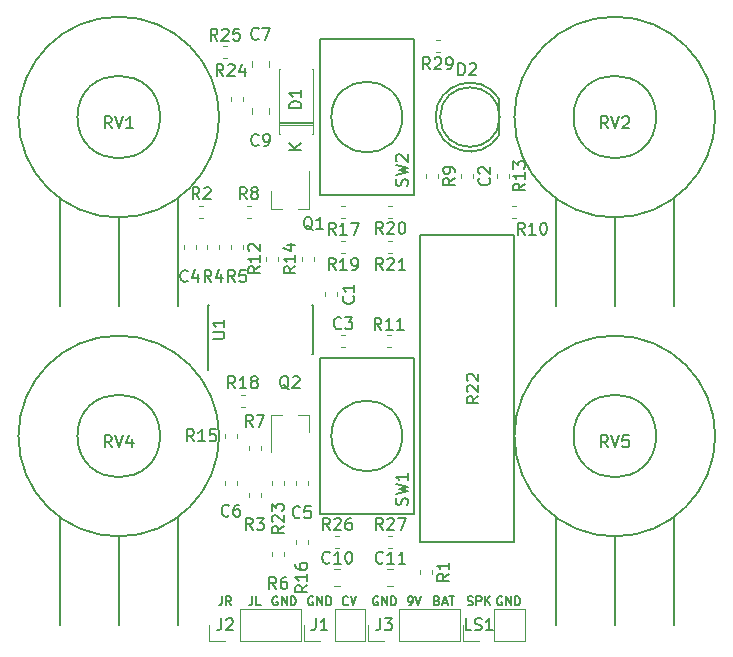
<source format=gbr>
G04 #@! TF.GenerationSoftware,KiCad,Pcbnew,(5.1.2-1)-1*
G04 #@! TF.CreationDate,2019-08-29T00:18:43-06:00*
G04 #@! TF.ProjectId,NuisanceEngine,4e756973-616e-4636-9545-6e67696e652e,rev?*
G04 #@! TF.SameCoordinates,Original*
G04 #@! TF.FileFunction,Legend,Top*
G04 #@! TF.FilePolarity,Positive*
%FSLAX46Y46*%
G04 Gerber Fmt 4.6, Leading zero omitted, Abs format (unit mm)*
G04 Created by KiCad (PCBNEW (5.1.2-1)-1) date 2019-08-29 00:18:43*
%MOMM*%
%LPD*%
G04 APERTURE LIST*
%ADD10C,0.187500*%
%ADD11C,0.150000*%
%ADD12C,0.120000*%
G04 APERTURE END LIST*
D10*
X67732142Y-95589285D02*
X67732142Y-96125000D01*
X67696428Y-96232142D01*
X67625000Y-96303571D01*
X67517857Y-96339285D01*
X67446428Y-96339285D01*
X68517857Y-96339285D02*
X68267857Y-95982142D01*
X68089285Y-96339285D02*
X68089285Y-95589285D01*
X68375000Y-95589285D01*
X68446428Y-95625000D01*
X68482142Y-95660714D01*
X68517857Y-95732142D01*
X68517857Y-95839285D01*
X68482142Y-95910714D01*
X68446428Y-95946428D01*
X68375000Y-95982142D01*
X68089285Y-95982142D01*
X70303571Y-95589285D02*
X70303571Y-96125000D01*
X70267857Y-96232142D01*
X70196428Y-96303571D01*
X70089285Y-96339285D01*
X70017857Y-96339285D01*
X71017857Y-96339285D02*
X70660714Y-96339285D01*
X70660714Y-95589285D01*
X72428571Y-95625000D02*
X72357142Y-95589285D01*
X72250000Y-95589285D01*
X72142857Y-95625000D01*
X72071428Y-95696428D01*
X72035714Y-95767857D01*
X72000000Y-95910714D01*
X72000000Y-96017857D01*
X72035714Y-96160714D01*
X72071428Y-96232142D01*
X72142857Y-96303571D01*
X72250000Y-96339285D01*
X72321428Y-96339285D01*
X72428571Y-96303571D01*
X72464285Y-96267857D01*
X72464285Y-96017857D01*
X72321428Y-96017857D01*
X72785714Y-96339285D02*
X72785714Y-95589285D01*
X73214285Y-96339285D01*
X73214285Y-95589285D01*
X73571428Y-96339285D02*
X73571428Y-95589285D01*
X73750000Y-95589285D01*
X73857142Y-95625000D01*
X73928571Y-95696428D01*
X73964285Y-95767857D01*
X74000000Y-95910714D01*
X74000000Y-96017857D01*
X73964285Y-96160714D01*
X73928571Y-96232142D01*
X73857142Y-96303571D01*
X73750000Y-96339285D01*
X73571428Y-96339285D01*
X75428571Y-95625000D02*
X75357142Y-95589285D01*
X75250000Y-95589285D01*
X75142857Y-95625000D01*
X75071428Y-95696428D01*
X75035714Y-95767857D01*
X75000000Y-95910714D01*
X75000000Y-96017857D01*
X75035714Y-96160714D01*
X75071428Y-96232142D01*
X75142857Y-96303571D01*
X75250000Y-96339285D01*
X75321428Y-96339285D01*
X75428571Y-96303571D01*
X75464285Y-96267857D01*
X75464285Y-96017857D01*
X75321428Y-96017857D01*
X75785714Y-96339285D02*
X75785714Y-95589285D01*
X76214285Y-96339285D01*
X76214285Y-95589285D01*
X76571428Y-96339285D02*
X76571428Y-95589285D01*
X76750000Y-95589285D01*
X76857142Y-95625000D01*
X76928571Y-95696428D01*
X76964285Y-95767857D01*
X77000000Y-95910714D01*
X77000000Y-96017857D01*
X76964285Y-96160714D01*
X76928571Y-96232142D01*
X76857142Y-96303571D01*
X76750000Y-96339285D01*
X76571428Y-96339285D01*
X83535714Y-96339285D02*
X83678571Y-96339285D01*
X83750000Y-96303571D01*
X83785714Y-96267857D01*
X83857142Y-96160714D01*
X83892857Y-96017857D01*
X83892857Y-95732142D01*
X83857142Y-95660714D01*
X83821428Y-95625000D01*
X83750000Y-95589285D01*
X83607142Y-95589285D01*
X83535714Y-95625000D01*
X83500000Y-95660714D01*
X83464285Y-95732142D01*
X83464285Y-95910714D01*
X83500000Y-95982142D01*
X83535714Y-96017857D01*
X83607142Y-96053571D01*
X83750000Y-96053571D01*
X83821428Y-96017857D01*
X83857142Y-95982142D01*
X83892857Y-95910714D01*
X84107142Y-95589285D02*
X84357142Y-96339285D01*
X84607142Y-95589285D01*
X85946428Y-95946428D02*
X86053571Y-95982142D01*
X86089285Y-96017857D01*
X86125000Y-96089285D01*
X86125000Y-96196428D01*
X86089285Y-96267857D01*
X86053571Y-96303571D01*
X85982142Y-96339285D01*
X85696428Y-96339285D01*
X85696428Y-95589285D01*
X85946428Y-95589285D01*
X86017857Y-95625000D01*
X86053571Y-95660714D01*
X86089285Y-95732142D01*
X86089285Y-95803571D01*
X86053571Y-95875000D01*
X86017857Y-95910714D01*
X85946428Y-95946428D01*
X85696428Y-95946428D01*
X86410714Y-96125000D02*
X86767857Y-96125000D01*
X86339285Y-96339285D02*
X86589285Y-95589285D01*
X86839285Y-96339285D01*
X86982142Y-95589285D02*
X87410714Y-95589285D01*
X87196428Y-96339285D02*
X87196428Y-95589285D01*
X78410714Y-96267857D02*
X78375000Y-96303571D01*
X78267857Y-96339285D01*
X78196428Y-96339285D01*
X78089285Y-96303571D01*
X78017857Y-96232142D01*
X77982142Y-96160714D01*
X77946428Y-96017857D01*
X77946428Y-95910714D01*
X77982142Y-95767857D01*
X78017857Y-95696428D01*
X78089285Y-95625000D01*
X78196428Y-95589285D01*
X78267857Y-95589285D01*
X78375000Y-95625000D01*
X78410714Y-95660714D01*
X78625000Y-95589285D02*
X78875000Y-96339285D01*
X79125000Y-95589285D01*
X80928571Y-95625000D02*
X80857142Y-95589285D01*
X80750000Y-95589285D01*
X80642857Y-95625000D01*
X80571428Y-95696428D01*
X80535714Y-95767857D01*
X80500000Y-95910714D01*
X80500000Y-96017857D01*
X80535714Y-96160714D01*
X80571428Y-96232142D01*
X80642857Y-96303571D01*
X80750000Y-96339285D01*
X80821428Y-96339285D01*
X80928571Y-96303571D01*
X80964285Y-96267857D01*
X80964285Y-96017857D01*
X80821428Y-96017857D01*
X81285714Y-96339285D02*
X81285714Y-95589285D01*
X81714285Y-96339285D01*
X81714285Y-95589285D01*
X82071428Y-96339285D02*
X82071428Y-95589285D01*
X82250000Y-95589285D01*
X82357142Y-95625000D01*
X82428571Y-95696428D01*
X82464285Y-95767857D01*
X82500000Y-95910714D01*
X82500000Y-96017857D01*
X82464285Y-96160714D01*
X82428571Y-96232142D01*
X82357142Y-96303571D01*
X82250000Y-96339285D01*
X82071428Y-96339285D01*
X88535714Y-96303571D02*
X88642857Y-96339285D01*
X88821428Y-96339285D01*
X88892857Y-96303571D01*
X88928571Y-96267857D01*
X88964285Y-96196428D01*
X88964285Y-96125000D01*
X88928571Y-96053571D01*
X88892857Y-96017857D01*
X88821428Y-95982142D01*
X88678571Y-95946428D01*
X88607142Y-95910714D01*
X88571428Y-95875000D01*
X88535714Y-95803571D01*
X88535714Y-95732142D01*
X88571428Y-95660714D01*
X88607142Y-95625000D01*
X88678571Y-95589285D01*
X88857142Y-95589285D01*
X88964285Y-95625000D01*
X89285714Y-96339285D02*
X89285714Y-95589285D01*
X89571428Y-95589285D01*
X89642857Y-95625000D01*
X89678571Y-95660714D01*
X89714285Y-95732142D01*
X89714285Y-95839285D01*
X89678571Y-95910714D01*
X89642857Y-95946428D01*
X89571428Y-95982142D01*
X89285714Y-95982142D01*
X90035714Y-96339285D02*
X90035714Y-95589285D01*
X90464285Y-96339285D02*
X90142857Y-95910714D01*
X90464285Y-95589285D02*
X90035714Y-96017857D01*
X91428571Y-95625000D02*
X91357142Y-95589285D01*
X91250000Y-95589285D01*
X91142857Y-95625000D01*
X91071428Y-95696428D01*
X91035714Y-95767857D01*
X91000000Y-95910714D01*
X91000000Y-96017857D01*
X91035714Y-96160714D01*
X91071428Y-96232142D01*
X91142857Y-96303571D01*
X91250000Y-96339285D01*
X91321428Y-96339285D01*
X91428571Y-96303571D01*
X91464285Y-96267857D01*
X91464285Y-96017857D01*
X91321428Y-96017857D01*
X91785714Y-96339285D02*
X91785714Y-95589285D01*
X92214285Y-96339285D01*
X92214285Y-95589285D01*
X92571428Y-96339285D02*
X92571428Y-95589285D01*
X92750000Y-95589285D01*
X92857142Y-95625000D01*
X92928571Y-95696428D01*
X92964285Y-95767857D01*
X93000000Y-95910714D01*
X93000000Y-96017857D01*
X92964285Y-96160714D01*
X92928571Y-96232142D01*
X92857142Y-96303571D01*
X92750000Y-96339285D01*
X92571428Y-96339285D01*
D11*
X83000000Y-82000000D02*
G75*
G03X83000000Y-82000000I-3000000J0D01*
G01*
X84000000Y-88600000D02*
X84000000Y-75400000D01*
X76000000Y-75400000D02*
X76000000Y-88600000D01*
X80000000Y-75400000D02*
X76000000Y-75400000D01*
X80000000Y-75400000D02*
X84000000Y-75400000D01*
X80000000Y-88600000D02*
X84000000Y-88600000D01*
X80000000Y-88600000D02*
X76000000Y-88600000D01*
D12*
X72530000Y-55630000D02*
X75470000Y-55630000D01*
X72530000Y-55390000D02*
X75470000Y-55390000D01*
X72530000Y-55510000D02*
X75470000Y-55510000D01*
X75470000Y-50970000D02*
X75340000Y-50970000D01*
X75470000Y-56410000D02*
X75470000Y-50970000D01*
X75340000Y-56410000D02*
X75470000Y-56410000D01*
X72530000Y-50970000D02*
X72660000Y-50970000D01*
X72530000Y-56410000D02*
X72530000Y-50970000D01*
X72660000Y-56410000D02*
X72530000Y-56410000D01*
D11*
X66575000Y-75075000D02*
X66575000Y-76450000D01*
X75450000Y-75075000D02*
X75450000Y-70925000D01*
X66550000Y-75075000D02*
X66550000Y-70925000D01*
X75450000Y-75075000D02*
X75335000Y-75075000D01*
X75450000Y-70925000D02*
X75335000Y-70925000D01*
X66550000Y-70925000D02*
X66665000Y-70925000D01*
X66550000Y-75075000D02*
X66575000Y-75075000D01*
X104500000Y-55000000D02*
G75*
G03X104500000Y-55000000I-3500000J0D01*
G01*
X109500000Y-55000000D02*
G75*
G03X109500000Y-55000000I-8500000J0D01*
G01*
X96000000Y-71000000D02*
X96000000Y-61900000D01*
X101000000Y-71000000D02*
X101000000Y-63500000D01*
X106000000Y-71000000D02*
X106000000Y-61900000D01*
X104500000Y-82000000D02*
G75*
G03X104500000Y-82000000I-3500000J0D01*
G01*
X109500000Y-82000000D02*
G75*
G03X109500000Y-82000000I-8500000J0D01*
G01*
X96000000Y-98000000D02*
X96000000Y-88900000D01*
X101000000Y-98000000D02*
X101000000Y-90500000D01*
X106000000Y-98000000D02*
X106000000Y-88900000D01*
X62500000Y-82000000D02*
G75*
G03X62500000Y-82000000I-3500000J0D01*
G01*
X67500000Y-82000000D02*
G75*
G03X67500000Y-82000000I-8500000J0D01*
G01*
X54000000Y-98000000D02*
X54000000Y-88900000D01*
X59000000Y-98000000D02*
X59000000Y-90500000D01*
X64000000Y-98000000D02*
X64000000Y-88900000D01*
X62500000Y-55000000D02*
G75*
G03X62500000Y-55000000I-3500000J0D01*
G01*
X67500000Y-55000000D02*
G75*
G03X67500000Y-55000000I-8500000J0D01*
G01*
X54000000Y-71000000D02*
X54000000Y-61900000D01*
X59000000Y-71000000D02*
X59000000Y-63500000D01*
X64000000Y-71000000D02*
X64000000Y-61900000D01*
X91214888Y-53475096D02*
G75*
G03X91230000Y-56500000I-2484888J-1524904D01*
G01*
X91230000Y-53500000D02*
X91230000Y-56500000D01*
X91247936Y-55000000D02*
G75*
G03X91247936Y-55000000I-2517936J0D01*
G01*
X84500000Y-65000000D02*
X84500000Y-77000000D01*
X92500000Y-65000000D02*
X84500000Y-65000000D01*
X92500000Y-91000000D02*
X92500000Y-65000000D01*
X84500000Y-91000000D02*
X92500000Y-91000000D01*
X84500000Y-77000000D02*
X84500000Y-91000000D01*
X83000000Y-55000000D02*
G75*
G03X83000000Y-55000000I-3000000J0D01*
G01*
X84000000Y-61600000D02*
X84000000Y-48400000D01*
X76000000Y-48400000D02*
X76000000Y-61600000D01*
X80000000Y-48400000D02*
X76000000Y-48400000D01*
X80000000Y-48400000D02*
X84000000Y-48400000D01*
X80000000Y-61600000D02*
X84000000Y-61600000D01*
X80000000Y-61600000D02*
X76000000Y-61600000D01*
D12*
X74670000Y-99330000D02*
X74670000Y-98000000D01*
X76000000Y-99330000D02*
X74670000Y-99330000D01*
X77270000Y-99330000D02*
X77270000Y-96670000D01*
X77270000Y-96670000D02*
X79870000Y-96670000D01*
X77270000Y-99330000D02*
X79870000Y-99330000D01*
X79870000Y-99330000D02*
X79870000Y-96670000D01*
X66670000Y-99330000D02*
X66670000Y-98000000D01*
X68000000Y-99330000D02*
X66670000Y-99330000D01*
X69270000Y-99330000D02*
X69270000Y-96670000D01*
X69270000Y-96670000D02*
X74410000Y-96670000D01*
X69270000Y-99330000D02*
X74410000Y-99330000D01*
X74410000Y-99330000D02*
X74410000Y-96670000D01*
X87870000Y-99330000D02*
X87870000Y-96670000D01*
X82730000Y-99330000D02*
X87870000Y-99330000D01*
X82730000Y-96670000D02*
X87870000Y-96670000D01*
X82730000Y-99330000D02*
X82730000Y-96670000D01*
X81460000Y-99330000D02*
X80130000Y-99330000D01*
X80130000Y-99330000D02*
X80130000Y-98000000D01*
X93370000Y-99330000D02*
X93370000Y-96670000D01*
X90770000Y-99330000D02*
X93370000Y-99330000D01*
X90770000Y-96670000D02*
X93370000Y-96670000D01*
X90770000Y-99330000D02*
X90770000Y-96670000D01*
X89500000Y-99330000D02*
X88170000Y-99330000D01*
X88170000Y-99330000D02*
X88170000Y-98000000D01*
X76490000Y-70171267D02*
X76490000Y-69828733D01*
X77510000Y-70171267D02*
X77510000Y-69828733D01*
X87990000Y-60171267D02*
X87990000Y-59828733D01*
X89010000Y-60171267D02*
X89010000Y-59828733D01*
X77828733Y-74510000D02*
X78171267Y-74510000D01*
X77828733Y-73490000D02*
X78171267Y-73490000D01*
X64490000Y-65828733D02*
X64490000Y-66171267D01*
X65510000Y-65828733D02*
X65510000Y-66171267D01*
X75010000Y-86171267D02*
X75010000Y-85828733D01*
X73990000Y-86171267D02*
X73990000Y-85828733D01*
X69010000Y-85828733D02*
X69010000Y-86171267D01*
X67990000Y-85828733D02*
X67990000Y-86171267D01*
X70290000Y-50761252D02*
X70290000Y-50238748D01*
X71710000Y-50761252D02*
X71710000Y-50238748D01*
X71710000Y-54238748D02*
X71710000Y-54761252D01*
X70290000Y-54238748D02*
X70290000Y-54761252D01*
X77238748Y-94710000D02*
X77761252Y-94710000D01*
X77238748Y-93290000D02*
X77761252Y-93290000D01*
X81738748Y-93290000D02*
X82261252Y-93290000D01*
X81738748Y-94710000D02*
X82261252Y-94710000D01*
X71920000Y-62760000D02*
X71920000Y-61300000D01*
X75080000Y-62760000D02*
X75080000Y-59600000D01*
X75080000Y-62760000D02*
X74150000Y-62760000D01*
X71920000Y-62760000D02*
X72850000Y-62760000D01*
X75080000Y-80240000D02*
X74150000Y-80240000D01*
X71920000Y-80240000D02*
X72850000Y-80240000D01*
X71920000Y-80240000D02*
X71920000Y-83400000D01*
X75080000Y-80240000D02*
X75080000Y-81700000D01*
X84490000Y-93671267D02*
X84490000Y-93328733D01*
X85510000Y-93671267D02*
X85510000Y-93328733D01*
X65828733Y-62490000D02*
X66171267Y-62490000D01*
X65828733Y-63510000D02*
X66171267Y-63510000D01*
X71010000Y-86828733D02*
X71010000Y-87171267D01*
X69990000Y-86828733D02*
X69990000Y-87171267D01*
X67510000Y-65828733D02*
X67510000Y-66171267D01*
X66490000Y-65828733D02*
X66490000Y-66171267D01*
X69510000Y-65828733D02*
X69510000Y-66171267D01*
X68490000Y-65828733D02*
X68490000Y-66171267D01*
X71990000Y-91828733D02*
X71990000Y-92171267D01*
X73010000Y-91828733D02*
X73010000Y-92171267D01*
X71010000Y-82828733D02*
X71010000Y-83171267D01*
X69990000Y-82828733D02*
X69990000Y-83171267D01*
X70171267Y-63510000D02*
X69828733Y-63510000D01*
X70171267Y-62490000D02*
X69828733Y-62490000D01*
X84990000Y-60171267D02*
X84990000Y-59828733D01*
X86010000Y-60171267D02*
X86010000Y-59828733D01*
X92328733Y-63510000D02*
X92671267Y-63510000D01*
X92328733Y-62490000D02*
X92671267Y-62490000D01*
X81703733Y-74510000D02*
X82046267Y-74510000D01*
X81703733Y-73490000D02*
X82046267Y-73490000D01*
X72510000Y-67171267D02*
X72510000Y-66828733D01*
X71490000Y-67171267D02*
X71490000Y-66828733D01*
X90990000Y-59828733D02*
X90990000Y-60171267D01*
X92010000Y-59828733D02*
X92010000Y-60171267D01*
X75510000Y-66828733D02*
X75510000Y-67171267D01*
X74490000Y-66828733D02*
X74490000Y-67171267D01*
X69010000Y-82171267D02*
X69010000Y-81828733D01*
X67990000Y-82171267D02*
X67990000Y-81828733D01*
X73990000Y-90828733D02*
X73990000Y-91171267D01*
X75010000Y-90828733D02*
X75010000Y-91171267D01*
X77828733Y-63510000D02*
X78171267Y-63510000D01*
X77828733Y-62490000D02*
X78171267Y-62490000D01*
X69671267Y-79510000D02*
X69328733Y-79510000D01*
X69671267Y-78490000D02*
X69328733Y-78490000D01*
X78171267Y-66510000D02*
X77828733Y-66510000D01*
X78171267Y-65490000D02*
X77828733Y-65490000D01*
X82171267Y-63510000D02*
X81828733Y-63510000D01*
X82171267Y-62490000D02*
X81828733Y-62490000D01*
X81828733Y-66510000D02*
X82171267Y-66510000D01*
X81828733Y-65490000D02*
X82171267Y-65490000D01*
X73010000Y-86171267D02*
X73010000Y-85828733D01*
X71990000Y-86171267D02*
X71990000Y-85828733D01*
X68490000Y-53328733D02*
X68490000Y-53671267D01*
X69510000Y-53328733D02*
X69510000Y-53671267D01*
X68171267Y-50010000D02*
X67828733Y-50010000D01*
X68171267Y-48990000D02*
X67828733Y-48990000D01*
X77671267Y-90490000D02*
X77328733Y-90490000D01*
X77671267Y-91510000D02*
X77328733Y-91510000D01*
X81828733Y-91510000D02*
X82171267Y-91510000D01*
X81828733Y-90490000D02*
X82171267Y-90490000D01*
X85828733Y-48490000D02*
X86171267Y-48490000D01*
X85828733Y-49510000D02*
X86171267Y-49510000D01*
D11*
X83404761Y-87833333D02*
X83452380Y-87690476D01*
X83452380Y-87452380D01*
X83404761Y-87357142D01*
X83357142Y-87309523D01*
X83261904Y-87261904D01*
X83166666Y-87261904D01*
X83071428Y-87309523D01*
X83023809Y-87357142D01*
X82976190Y-87452380D01*
X82928571Y-87642857D01*
X82880952Y-87738095D01*
X82833333Y-87785714D01*
X82738095Y-87833333D01*
X82642857Y-87833333D01*
X82547619Y-87785714D01*
X82500000Y-87738095D01*
X82452380Y-87642857D01*
X82452380Y-87404761D01*
X82500000Y-87261904D01*
X82452380Y-86928571D02*
X83452380Y-86690476D01*
X82738095Y-86500000D01*
X83452380Y-86309523D01*
X82452380Y-86071428D01*
X83452380Y-85166666D02*
X83452380Y-85738095D01*
X83452380Y-85452380D02*
X82452380Y-85452380D01*
X82595238Y-85547619D01*
X82690476Y-85642857D01*
X82738095Y-85738095D01*
X74452380Y-54238095D02*
X73452380Y-54238095D01*
X73452380Y-54000000D01*
X73500000Y-53857142D01*
X73595238Y-53761904D01*
X73690476Y-53714285D01*
X73880952Y-53666666D01*
X74023809Y-53666666D01*
X74214285Y-53714285D01*
X74309523Y-53761904D01*
X74404761Y-53857142D01*
X74452380Y-54000000D01*
X74452380Y-54238095D01*
X74452380Y-52714285D02*
X74452380Y-53285714D01*
X74452380Y-53000000D02*
X73452380Y-53000000D01*
X73595238Y-53095238D01*
X73690476Y-53190476D01*
X73738095Y-53285714D01*
X74452380Y-57761904D02*
X73452380Y-57761904D01*
X74452380Y-57190476D02*
X73880952Y-57619047D01*
X73452380Y-57190476D02*
X74023809Y-57761904D01*
X66952380Y-73761904D02*
X67761904Y-73761904D01*
X67857142Y-73714285D01*
X67904761Y-73666666D01*
X67952380Y-73571428D01*
X67952380Y-73380952D01*
X67904761Y-73285714D01*
X67857142Y-73238095D01*
X67761904Y-73190476D01*
X66952380Y-73190476D01*
X67952380Y-72190476D02*
X67952380Y-72761904D01*
X67952380Y-72476190D02*
X66952380Y-72476190D01*
X67095238Y-72571428D01*
X67190476Y-72666666D01*
X67238095Y-72761904D01*
X100404761Y-55952380D02*
X100071428Y-55476190D01*
X99833333Y-55952380D02*
X99833333Y-54952380D01*
X100214285Y-54952380D01*
X100309523Y-55000000D01*
X100357142Y-55047619D01*
X100404761Y-55142857D01*
X100404761Y-55285714D01*
X100357142Y-55380952D01*
X100309523Y-55428571D01*
X100214285Y-55476190D01*
X99833333Y-55476190D01*
X100690476Y-54952380D02*
X101023809Y-55952380D01*
X101357142Y-54952380D01*
X101642857Y-55047619D02*
X101690476Y-55000000D01*
X101785714Y-54952380D01*
X102023809Y-54952380D01*
X102119047Y-55000000D01*
X102166666Y-55047619D01*
X102214285Y-55142857D01*
X102214285Y-55238095D01*
X102166666Y-55380952D01*
X101595238Y-55952380D01*
X102214285Y-55952380D01*
X100404761Y-82952380D02*
X100071428Y-82476190D01*
X99833333Y-82952380D02*
X99833333Y-81952380D01*
X100214285Y-81952380D01*
X100309523Y-82000000D01*
X100357142Y-82047619D01*
X100404761Y-82142857D01*
X100404761Y-82285714D01*
X100357142Y-82380952D01*
X100309523Y-82428571D01*
X100214285Y-82476190D01*
X99833333Y-82476190D01*
X100690476Y-81952380D02*
X101023809Y-82952380D01*
X101357142Y-81952380D01*
X102166666Y-81952380D02*
X101690476Y-81952380D01*
X101642857Y-82428571D01*
X101690476Y-82380952D01*
X101785714Y-82333333D01*
X102023809Y-82333333D01*
X102119047Y-82380952D01*
X102166666Y-82428571D01*
X102214285Y-82523809D01*
X102214285Y-82761904D01*
X102166666Y-82857142D01*
X102119047Y-82904761D01*
X102023809Y-82952380D01*
X101785714Y-82952380D01*
X101690476Y-82904761D01*
X101642857Y-82857142D01*
X58404761Y-82952380D02*
X58071428Y-82476190D01*
X57833333Y-82952380D02*
X57833333Y-81952380D01*
X58214285Y-81952380D01*
X58309523Y-82000000D01*
X58357142Y-82047619D01*
X58404761Y-82142857D01*
X58404761Y-82285714D01*
X58357142Y-82380952D01*
X58309523Y-82428571D01*
X58214285Y-82476190D01*
X57833333Y-82476190D01*
X58690476Y-81952380D02*
X59023809Y-82952380D01*
X59357142Y-81952380D01*
X60119047Y-82285714D02*
X60119047Y-82952380D01*
X59880952Y-81904761D02*
X59642857Y-82619047D01*
X60261904Y-82619047D01*
X58404761Y-55952380D02*
X58071428Y-55476190D01*
X57833333Y-55952380D02*
X57833333Y-54952380D01*
X58214285Y-54952380D01*
X58309523Y-55000000D01*
X58357142Y-55047619D01*
X58404761Y-55142857D01*
X58404761Y-55285714D01*
X58357142Y-55380952D01*
X58309523Y-55428571D01*
X58214285Y-55476190D01*
X57833333Y-55476190D01*
X58690476Y-54952380D02*
X59023809Y-55952380D01*
X59357142Y-54952380D01*
X60214285Y-55952380D02*
X59642857Y-55952380D01*
X59928571Y-55952380D02*
X59928571Y-54952380D01*
X59833333Y-55095238D01*
X59738095Y-55190476D01*
X59642857Y-55238095D01*
X87761904Y-51452380D02*
X87761904Y-50452380D01*
X88000000Y-50452380D01*
X88142857Y-50500000D01*
X88238095Y-50595238D01*
X88285714Y-50690476D01*
X88333333Y-50880952D01*
X88333333Y-51023809D01*
X88285714Y-51214285D01*
X88238095Y-51309523D01*
X88142857Y-51404761D01*
X88000000Y-51452380D01*
X87761904Y-51452380D01*
X88714285Y-50547619D02*
X88761904Y-50500000D01*
X88857142Y-50452380D01*
X89095238Y-50452380D01*
X89190476Y-50500000D01*
X89238095Y-50547619D01*
X89285714Y-50642857D01*
X89285714Y-50738095D01*
X89238095Y-50880952D01*
X88666666Y-51452380D01*
X89285714Y-51452380D01*
X89452380Y-78642857D02*
X88976190Y-78976190D01*
X89452380Y-79214285D02*
X88452380Y-79214285D01*
X88452380Y-78833333D01*
X88500000Y-78738095D01*
X88547619Y-78690476D01*
X88642857Y-78642857D01*
X88785714Y-78642857D01*
X88880952Y-78690476D01*
X88928571Y-78738095D01*
X88976190Y-78833333D01*
X88976190Y-79214285D01*
X88547619Y-78261904D02*
X88500000Y-78214285D01*
X88452380Y-78119047D01*
X88452380Y-77880952D01*
X88500000Y-77785714D01*
X88547619Y-77738095D01*
X88642857Y-77690476D01*
X88738095Y-77690476D01*
X88880952Y-77738095D01*
X89452380Y-78309523D01*
X89452380Y-77690476D01*
X88547619Y-77309523D02*
X88500000Y-77261904D01*
X88452380Y-77166666D01*
X88452380Y-76928571D01*
X88500000Y-76833333D01*
X88547619Y-76785714D01*
X88642857Y-76738095D01*
X88738095Y-76738095D01*
X88880952Y-76785714D01*
X89452380Y-77357142D01*
X89452380Y-76738095D01*
X83404761Y-60833333D02*
X83452380Y-60690476D01*
X83452380Y-60452380D01*
X83404761Y-60357142D01*
X83357142Y-60309523D01*
X83261904Y-60261904D01*
X83166666Y-60261904D01*
X83071428Y-60309523D01*
X83023809Y-60357142D01*
X82976190Y-60452380D01*
X82928571Y-60642857D01*
X82880952Y-60738095D01*
X82833333Y-60785714D01*
X82738095Y-60833333D01*
X82642857Y-60833333D01*
X82547619Y-60785714D01*
X82500000Y-60738095D01*
X82452380Y-60642857D01*
X82452380Y-60404761D01*
X82500000Y-60261904D01*
X82452380Y-59928571D02*
X83452380Y-59690476D01*
X82738095Y-59500000D01*
X83452380Y-59309523D01*
X82452380Y-59071428D01*
X82547619Y-58738095D02*
X82500000Y-58690476D01*
X82452380Y-58595238D01*
X82452380Y-58357142D01*
X82500000Y-58261904D01*
X82547619Y-58214285D01*
X82642857Y-58166666D01*
X82738095Y-58166666D01*
X82880952Y-58214285D01*
X83452380Y-58785714D01*
X83452380Y-58166666D01*
X75666666Y-97452380D02*
X75666666Y-98166666D01*
X75619047Y-98309523D01*
X75523809Y-98404761D01*
X75380952Y-98452380D01*
X75285714Y-98452380D01*
X76666666Y-98452380D02*
X76095238Y-98452380D01*
X76380952Y-98452380D02*
X76380952Y-97452380D01*
X76285714Y-97595238D01*
X76190476Y-97690476D01*
X76095238Y-97738095D01*
X67666666Y-97452380D02*
X67666666Y-98166666D01*
X67619047Y-98309523D01*
X67523809Y-98404761D01*
X67380952Y-98452380D01*
X67285714Y-98452380D01*
X68095238Y-97547619D02*
X68142857Y-97500000D01*
X68238095Y-97452380D01*
X68476190Y-97452380D01*
X68571428Y-97500000D01*
X68619047Y-97547619D01*
X68666666Y-97642857D01*
X68666666Y-97738095D01*
X68619047Y-97880952D01*
X68047619Y-98452380D01*
X68666666Y-98452380D01*
X81126666Y-97452380D02*
X81126666Y-98166666D01*
X81079047Y-98309523D01*
X80983809Y-98404761D01*
X80840952Y-98452380D01*
X80745714Y-98452380D01*
X81507619Y-97452380D02*
X82126666Y-97452380D01*
X81793333Y-97833333D01*
X81936190Y-97833333D01*
X82031428Y-97880952D01*
X82079047Y-97928571D01*
X82126666Y-98023809D01*
X82126666Y-98261904D01*
X82079047Y-98357142D01*
X82031428Y-98404761D01*
X81936190Y-98452380D01*
X81650476Y-98452380D01*
X81555238Y-98404761D01*
X81507619Y-98357142D01*
X88857142Y-98452380D02*
X88380952Y-98452380D01*
X88380952Y-97452380D01*
X89142857Y-98404761D02*
X89285714Y-98452380D01*
X89523809Y-98452380D01*
X89619047Y-98404761D01*
X89666666Y-98357142D01*
X89714285Y-98261904D01*
X89714285Y-98166666D01*
X89666666Y-98071428D01*
X89619047Y-98023809D01*
X89523809Y-97976190D01*
X89333333Y-97928571D01*
X89238095Y-97880952D01*
X89190476Y-97833333D01*
X89142857Y-97738095D01*
X89142857Y-97642857D01*
X89190476Y-97547619D01*
X89238095Y-97500000D01*
X89333333Y-97452380D01*
X89571428Y-97452380D01*
X89714285Y-97500000D01*
X90666666Y-98452380D02*
X90095238Y-98452380D01*
X90380952Y-98452380D02*
X90380952Y-97452380D01*
X90285714Y-97595238D01*
X90190476Y-97690476D01*
X90095238Y-97738095D01*
X78857142Y-70166666D02*
X78904761Y-70214285D01*
X78952380Y-70357142D01*
X78952380Y-70452380D01*
X78904761Y-70595238D01*
X78809523Y-70690476D01*
X78714285Y-70738095D01*
X78523809Y-70785714D01*
X78380952Y-70785714D01*
X78190476Y-70738095D01*
X78095238Y-70690476D01*
X78000000Y-70595238D01*
X77952380Y-70452380D01*
X77952380Y-70357142D01*
X78000000Y-70214285D01*
X78047619Y-70166666D01*
X78952380Y-69214285D02*
X78952380Y-69785714D01*
X78952380Y-69500000D02*
X77952380Y-69500000D01*
X78095238Y-69595238D01*
X78190476Y-69690476D01*
X78238095Y-69785714D01*
X90357142Y-60166666D02*
X90404761Y-60214285D01*
X90452380Y-60357142D01*
X90452380Y-60452380D01*
X90404761Y-60595238D01*
X90309523Y-60690476D01*
X90214285Y-60738095D01*
X90023809Y-60785714D01*
X89880952Y-60785714D01*
X89690476Y-60738095D01*
X89595238Y-60690476D01*
X89500000Y-60595238D01*
X89452380Y-60452380D01*
X89452380Y-60357142D01*
X89500000Y-60214285D01*
X89547619Y-60166666D01*
X89547619Y-59785714D02*
X89500000Y-59738095D01*
X89452380Y-59642857D01*
X89452380Y-59404761D01*
X89500000Y-59309523D01*
X89547619Y-59261904D01*
X89642857Y-59214285D01*
X89738095Y-59214285D01*
X89880952Y-59261904D01*
X90452380Y-59833333D01*
X90452380Y-59214285D01*
X77833333Y-72857142D02*
X77785714Y-72904761D01*
X77642857Y-72952380D01*
X77547619Y-72952380D01*
X77404761Y-72904761D01*
X77309523Y-72809523D01*
X77261904Y-72714285D01*
X77214285Y-72523809D01*
X77214285Y-72380952D01*
X77261904Y-72190476D01*
X77309523Y-72095238D01*
X77404761Y-72000000D01*
X77547619Y-71952380D01*
X77642857Y-71952380D01*
X77785714Y-72000000D01*
X77833333Y-72047619D01*
X78166666Y-71952380D02*
X78785714Y-71952380D01*
X78452380Y-72333333D01*
X78595238Y-72333333D01*
X78690476Y-72380952D01*
X78738095Y-72428571D01*
X78785714Y-72523809D01*
X78785714Y-72761904D01*
X78738095Y-72857142D01*
X78690476Y-72904761D01*
X78595238Y-72952380D01*
X78309523Y-72952380D01*
X78214285Y-72904761D01*
X78166666Y-72857142D01*
X64833333Y-68857142D02*
X64785714Y-68904761D01*
X64642857Y-68952380D01*
X64547619Y-68952380D01*
X64404761Y-68904761D01*
X64309523Y-68809523D01*
X64261904Y-68714285D01*
X64214285Y-68523809D01*
X64214285Y-68380952D01*
X64261904Y-68190476D01*
X64309523Y-68095238D01*
X64404761Y-68000000D01*
X64547619Y-67952380D01*
X64642857Y-67952380D01*
X64785714Y-68000000D01*
X64833333Y-68047619D01*
X65690476Y-68285714D02*
X65690476Y-68952380D01*
X65452380Y-67904761D02*
X65214285Y-68619047D01*
X65833333Y-68619047D01*
X74333333Y-88857142D02*
X74285714Y-88904761D01*
X74142857Y-88952380D01*
X74047619Y-88952380D01*
X73904761Y-88904761D01*
X73809523Y-88809523D01*
X73761904Y-88714285D01*
X73714285Y-88523809D01*
X73714285Y-88380952D01*
X73761904Y-88190476D01*
X73809523Y-88095238D01*
X73904761Y-88000000D01*
X74047619Y-87952380D01*
X74142857Y-87952380D01*
X74285714Y-88000000D01*
X74333333Y-88047619D01*
X75238095Y-87952380D02*
X74761904Y-87952380D01*
X74714285Y-88428571D01*
X74761904Y-88380952D01*
X74857142Y-88333333D01*
X75095238Y-88333333D01*
X75190476Y-88380952D01*
X75238095Y-88428571D01*
X75285714Y-88523809D01*
X75285714Y-88761904D01*
X75238095Y-88857142D01*
X75190476Y-88904761D01*
X75095238Y-88952380D01*
X74857142Y-88952380D01*
X74761904Y-88904761D01*
X74714285Y-88857142D01*
X68333333Y-88732142D02*
X68285714Y-88779761D01*
X68142857Y-88827380D01*
X68047619Y-88827380D01*
X67904761Y-88779761D01*
X67809523Y-88684523D01*
X67761904Y-88589285D01*
X67714285Y-88398809D01*
X67714285Y-88255952D01*
X67761904Y-88065476D01*
X67809523Y-87970238D01*
X67904761Y-87875000D01*
X68047619Y-87827380D01*
X68142857Y-87827380D01*
X68285714Y-87875000D01*
X68333333Y-87922619D01*
X69190476Y-87827380D02*
X69000000Y-87827380D01*
X68904761Y-87875000D01*
X68857142Y-87922619D01*
X68761904Y-88065476D01*
X68714285Y-88255952D01*
X68714285Y-88636904D01*
X68761904Y-88732142D01*
X68809523Y-88779761D01*
X68904761Y-88827380D01*
X69095238Y-88827380D01*
X69190476Y-88779761D01*
X69238095Y-88732142D01*
X69285714Y-88636904D01*
X69285714Y-88398809D01*
X69238095Y-88303571D01*
X69190476Y-88255952D01*
X69095238Y-88208333D01*
X68904761Y-88208333D01*
X68809523Y-88255952D01*
X68761904Y-88303571D01*
X68714285Y-88398809D01*
X70833333Y-48357142D02*
X70785714Y-48404761D01*
X70642857Y-48452380D01*
X70547619Y-48452380D01*
X70404761Y-48404761D01*
X70309523Y-48309523D01*
X70261904Y-48214285D01*
X70214285Y-48023809D01*
X70214285Y-47880952D01*
X70261904Y-47690476D01*
X70309523Y-47595238D01*
X70404761Y-47500000D01*
X70547619Y-47452380D01*
X70642857Y-47452380D01*
X70785714Y-47500000D01*
X70833333Y-47547619D01*
X71166666Y-47452380D02*
X71833333Y-47452380D01*
X71404761Y-48452380D01*
X70833333Y-57357142D02*
X70785714Y-57404761D01*
X70642857Y-57452380D01*
X70547619Y-57452380D01*
X70404761Y-57404761D01*
X70309523Y-57309523D01*
X70261904Y-57214285D01*
X70214285Y-57023809D01*
X70214285Y-56880952D01*
X70261904Y-56690476D01*
X70309523Y-56595238D01*
X70404761Y-56500000D01*
X70547619Y-56452380D01*
X70642857Y-56452380D01*
X70785714Y-56500000D01*
X70833333Y-56547619D01*
X71309523Y-57452380D02*
X71500000Y-57452380D01*
X71595238Y-57404761D01*
X71642857Y-57357142D01*
X71738095Y-57214285D01*
X71785714Y-57023809D01*
X71785714Y-56642857D01*
X71738095Y-56547619D01*
X71690476Y-56500000D01*
X71595238Y-56452380D01*
X71404761Y-56452380D01*
X71309523Y-56500000D01*
X71261904Y-56547619D01*
X71214285Y-56642857D01*
X71214285Y-56880952D01*
X71261904Y-56976190D01*
X71309523Y-57023809D01*
X71404761Y-57071428D01*
X71595238Y-57071428D01*
X71690476Y-57023809D01*
X71738095Y-56976190D01*
X71785714Y-56880952D01*
X76857142Y-92707142D02*
X76809523Y-92754761D01*
X76666666Y-92802380D01*
X76571428Y-92802380D01*
X76428571Y-92754761D01*
X76333333Y-92659523D01*
X76285714Y-92564285D01*
X76238095Y-92373809D01*
X76238095Y-92230952D01*
X76285714Y-92040476D01*
X76333333Y-91945238D01*
X76428571Y-91850000D01*
X76571428Y-91802380D01*
X76666666Y-91802380D01*
X76809523Y-91850000D01*
X76857142Y-91897619D01*
X77809523Y-92802380D02*
X77238095Y-92802380D01*
X77523809Y-92802380D02*
X77523809Y-91802380D01*
X77428571Y-91945238D01*
X77333333Y-92040476D01*
X77238095Y-92088095D01*
X78428571Y-91802380D02*
X78523809Y-91802380D01*
X78619047Y-91850000D01*
X78666666Y-91897619D01*
X78714285Y-91992857D01*
X78761904Y-92183333D01*
X78761904Y-92421428D01*
X78714285Y-92611904D01*
X78666666Y-92707142D01*
X78619047Y-92754761D01*
X78523809Y-92802380D01*
X78428571Y-92802380D01*
X78333333Y-92754761D01*
X78285714Y-92707142D01*
X78238095Y-92611904D01*
X78190476Y-92421428D01*
X78190476Y-92183333D01*
X78238095Y-91992857D01*
X78285714Y-91897619D01*
X78333333Y-91850000D01*
X78428571Y-91802380D01*
X81357142Y-92707142D02*
X81309523Y-92754761D01*
X81166666Y-92802380D01*
X81071428Y-92802380D01*
X80928571Y-92754761D01*
X80833333Y-92659523D01*
X80785714Y-92564285D01*
X80738095Y-92373809D01*
X80738095Y-92230952D01*
X80785714Y-92040476D01*
X80833333Y-91945238D01*
X80928571Y-91850000D01*
X81071428Y-91802380D01*
X81166666Y-91802380D01*
X81309523Y-91850000D01*
X81357142Y-91897619D01*
X82309523Y-92802380D02*
X81738095Y-92802380D01*
X82023809Y-92802380D02*
X82023809Y-91802380D01*
X81928571Y-91945238D01*
X81833333Y-92040476D01*
X81738095Y-92088095D01*
X83261904Y-92802380D02*
X82690476Y-92802380D01*
X82976190Y-92802380D02*
X82976190Y-91802380D01*
X82880952Y-91945238D01*
X82785714Y-92040476D01*
X82690476Y-92088095D01*
X75404761Y-64547619D02*
X75309523Y-64500000D01*
X75214285Y-64404761D01*
X75071428Y-64261904D01*
X74976190Y-64214285D01*
X74880952Y-64214285D01*
X74928571Y-64452380D02*
X74833333Y-64404761D01*
X74738095Y-64309523D01*
X74690476Y-64119047D01*
X74690476Y-63785714D01*
X74738095Y-63595238D01*
X74833333Y-63500000D01*
X74928571Y-63452380D01*
X75119047Y-63452380D01*
X75214285Y-63500000D01*
X75309523Y-63595238D01*
X75357142Y-63785714D01*
X75357142Y-64119047D01*
X75309523Y-64309523D01*
X75214285Y-64404761D01*
X75119047Y-64452380D01*
X74928571Y-64452380D01*
X76309523Y-64452380D02*
X75738095Y-64452380D01*
X76023809Y-64452380D02*
X76023809Y-63452380D01*
X75928571Y-63595238D01*
X75833333Y-63690476D01*
X75738095Y-63738095D01*
X73404761Y-78047619D02*
X73309523Y-78000000D01*
X73214285Y-77904761D01*
X73071428Y-77761904D01*
X72976190Y-77714285D01*
X72880952Y-77714285D01*
X72928571Y-77952380D02*
X72833333Y-77904761D01*
X72738095Y-77809523D01*
X72690476Y-77619047D01*
X72690476Y-77285714D01*
X72738095Y-77095238D01*
X72833333Y-77000000D01*
X72928571Y-76952380D01*
X73119047Y-76952380D01*
X73214285Y-77000000D01*
X73309523Y-77095238D01*
X73357142Y-77285714D01*
X73357142Y-77619047D01*
X73309523Y-77809523D01*
X73214285Y-77904761D01*
X73119047Y-77952380D01*
X72928571Y-77952380D01*
X73738095Y-77047619D02*
X73785714Y-77000000D01*
X73880952Y-76952380D01*
X74119047Y-76952380D01*
X74214285Y-77000000D01*
X74261904Y-77047619D01*
X74309523Y-77142857D01*
X74309523Y-77238095D01*
X74261904Y-77380952D01*
X73690476Y-77952380D01*
X74309523Y-77952380D01*
X86952380Y-93666666D02*
X86476190Y-94000000D01*
X86952380Y-94238095D02*
X85952380Y-94238095D01*
X85952380Y-93857142D01*
X86000000Y-93761904D01*
X86047619Y-93714285D01*
X86142857Y-93666666D01*
X86285714Y-93666666D01*
X86380952Y-93714285D01*
X86428571Y-93761904D01*
X86476190Y-93857142D01*
X86476190Y-94238095D01*
X86952380Y-92714285D02*
X86952380Y-93285714D01*
X86952380Y-93000000D02*
X85952380Y-93000000D01*
X86095238Y-93095238D01*
X86190476Y-93190476D01*
X86238095Y-93285714D01*
X65833333Y-61952380D02*
X65500000Y-61476190D01*
X65261904Y-61952380D02*
X65261904Y-60952380D01*
X65642857Y-60952380D01*
X65738095Y-61000000D01*
X65785714Y-61047619D01*
X65833333Y-61142857D01*
X65833333Y-61285714D01*
X65785714Y-61380952D01*
X65738095Y-61428571D01*
X65642857Y-61476190D01*
X65261904Y-61476190D01*
X66214285Y-61047619D02*
X66261904Y-61000000D01*
X66357142Y-60952380D01*
X66595238Y-60952380D01*
X66690476Y-61000000D01*
X66738095Y-61047619D01*
X66785714Y-61142857D01*
X66785714Y-61238095D01*
X66738095Y-61380952D01*
X66166666Y-61952380D01*
X66785714Y-61952380D01*
X70333333Y-89952380D02*
X70000000Y-89476190D01*
X69761904Y-89952380D02*
X69761904Y-88952380D01*
X70142857Y-88952380D01*
X70238095Y-89000000D01*
X70285714Y-89047619D01*
X70333333Y-89142857D01*
X70333333Y-89285714D01*
X70285714Y-89380952D01*
X70238095Y-89428571D01*
X70142857Y-89476190D01*
X69761904Y-89476190D01*
X70666666Y-88952380D02*
X71285714Y-88952380D01*
X70952380Y-89333333D01*
X71095238Y-89333333D01*
X71190476Y-89380952D01*
X71238095Y-89428571D01*
X71285714Y-89523809D01*
X71285714Y-89761904D01*
X71238095Y-89857142D01*
X71190476Y-89904761D01*
X71095238Y-89952380D01*
X70809523Y-89952380D01*
X70714285Y-89904761D01*
X70666666Y-89857142D01*
X66833333Y-68952380D02*
X66500000Y-68476190D01*
X66261904Y-68952380D02*
X66261904Y-67952380D01*
X66642857Y-67952380D01*
X66738095Y-68000000D01*
X66785714Y-68047619D01*
X66833333Y-68142857D01*
X66833333Y-68285714D01*
X66785714Y-68380952D01*
X66738095Y-68428571D01*
X66642857Y-68476190D01*
X66261904Y-68476190D01*
X67690476Y-68285714D02*
X67690476Y-68952380D01*
X67452380Y-67904761D02*
X67214285Y-68619047D01*
X67833333Y-68619047D01*
X68833333Y-68952380D02*
X68500000Y-68476190D01*
X68261904Y-68952380D02*
X68261904Y-67952380D01*
X68642857Y-67952380D01*
X68738095Y-68000000D01*
X68785714Y-68047619D01*
X68833333Y-68142857D01*
X68833333Y-68285714D01*
X68785714Y-68380952D01*
X68738095Y-68428571D01*
X68642857Y-68476190D01*
X68261904Y-68476190D01*
X69738095Y-67952380D02*
X69261904Y-67952380D01*
X69214285Y-68428571D01*
X69261904Y-68380952D01*
X69357142Y-68333333D01*
X69595238Y-68333333D01*
X69690476Y-68380952D01*
X69738095Y-68428571D01*
X69785714Y-68523809D01*
X69785714Y-68761904D01*
X69738095Y-68857142D01*
X69690476Y-68904761D01*
X69595238Y-68952380D01*
X69357142Y-68952380D01*
X69261904Y-68904761D01*
X69214285Y-68857142D01*
X72333333Y-94952380D02*
X72000000Y-94476190D01*
X71761904Y-94952380D02*
X71761904Y-93952380D01*
X72142857Y-93952380D01*
X72238095Y-94000000D01*
X72285714Y-94047619D01*
X72333333Y-94142857D01*
X72333333Y-94285714D01*
X72285714Y-94380952D01*
X72238095Y-94428571D01*
X72142857Y-94476190D01*
X71761904Y-94476190D01*
X73190476Y-93952380D02*
X73000000Y-93952380D01*
X72904761Y-94000000D01*
X72857142Y-94047619D01*
X72761904Y-94190476D01*
X72714285Y-94380952D01*
X72714285Y-94761904D01*
X72761904Y-94857142D01*
X72809523Y-94904761D01*
X72904761Y-94952380D01*
X73095238Y-94952380D01*
X73190476Y-94904761D01*
X73238095Y-94857142D01*
X73285714Y-94761904D01*
X73285714Y-94523809D01*
X73238095Y-94428571D01*
X73190476Y-94380952D01*
X73095238Y-94333333D01*
X72904761Y-94333333D01*
X72809523Y-94380952D01*
X72761904Y-94428571D01*
X72714285Y-94523809D01*
X70333333Y-81202380D02*
X70000000Y-80726190D01*
X69761904Y-81202380D02*
X69761904Y-80202380D01*
X70142857Y-80202380D01*
X70238095Y-80250000D01*
X70285714Y-80297619D01*
X70333333Y-80392857D01*
X70333333Y-80535714D01*
X70285714Y-80630952D01*
X70238095Y-80678571D01*
X70142857Y-80726190D01*
X69761904Y-80726190D01*
X70666666Y-80202380D02*
X71333333Y-80202380D01*
X70904761Y-81202380D01*
X69833333Y-61952380D02*
X69500000Y-61476190D01*
X69261904Y-61952380D02*
X69261904Y-60952380D01*
X69642857Y-60952380D01*
X69738095Y-61000000D01*
X69785714Y-61047619D01*
X69833333Y-61142857D01*
X69833333Y-61285714D01*
X69785714Y-61380952D01*
X69738095Y-61428571D01*
X69642857Y-61476190D01*
X69261904Y-61476190D01*
X70404761Y-61380952D02*
X70309523Y-61333333D01*
X70261904Y-61285714D01*
X70214285Y-61190476D01*
X70214285Y-61142857D01*
X70261904Y-61047619D01*
X70309523Y-61000000D01*
X70404761Y-60952380D01*
X70595238Y-60952380D01*
X70690476Y-61000000D01*
X70738095Y-61047619D01*
X70785714Y-61142857D01*
X70785714Y-61190476D01*
X70738095Y-61285714D01*
X70690476Y-61333333D01*
X70595238Y-61380952D01*
X70404761Y-61380952D01*
X70309523Y-61428571D01*
X70261904Y-61476190D01*
X70214285Y-61571428D01*
X70214285Y-61761904D01*
X70261904Y-61857142D01*
X70309523Y-61904761D01*
X70404761Y-61952380D01*
X70595238Y-61952380D01*
X70690476Y-61904761D01*
X70738095Y-61857142D01*
X70785714Y-61761904D01*
X70785714Y-61571428D01*
X70738095Y-61476190D01*
X70690476Y-61428571D01*
X70595238Y-61380952D01*
X87452380Y-60166666D02*
X86976190Y-60500000D01*
X87452380Y-60738095D02*
X86452380Y-60738095D01*
X86452380Y-60357142D01*
X86500000Y-60261904D01*
X86547619Y-60214285D01*
X86642857Y-60166666D01*
X86785714Y-60166666D01*
X86880952Y-60214285D01*
X86928571Y-60261904D01*
X86976190Y-60357142D01*
X86976190Y-60738095D01*
X87452380Y-59690476D02*
X87452380Y-59500000D01*
X87404761Y-59404761D01*
X87357142Y-59357142D01*
X87214285Y-59261904D01*
X87023809Y-59214285D01*
X86642857Y-59214285D01*
X86547619Y-59261904D01*
X86500000Y-59309523D01*
X86452380Y-59404761D01*
X86452380Y-59595238D01*
X86500000Y-59690476D01*
X86547619Y-59738095D01*
X86642857Y-59785714D01*
X86880952Y-59785714D01*
X86976190Y-59738095D01*
X87023809Y-59690476D01*
X87071428Y-59595238D01*
X87071428Y-59404761D01*
X87023809Y-59309523D01*
X86976190Y-59261904D01*
X86880952Y-59214285D01*
X93357142Y-64952380D02*
X93023809Y-64476190D01*
X92785714Y-64952380D02*
X92785714Y-63952380D01*
X93166666Y-63952380D01*
X93261904Y-64000000D01*
X93309523Y-64047619D01*
X93357142Y-64142857D01*
X93357142Y-64285714D01*
X93309523Y-64380952D01*
X93261904Y-64428571D01*
X93166666Y-64476190D01*
X92785714Y-64476190D01*
X94309523Y-64952380D02*
X93738095Y-64952380D01*
X94023809Y-64952380D02*
X94023809Y-63952380D01*
X93928571Y-64095238D01*
X93833333Y-64190476D01*
X93738095Y-64238095D01*
X94928571Y-63952380D02*
X95023809Y-63952380D01*
X95119047Y-64000000D01*
X95166666Y-64047619D01*
X95214285Y-64142857D01*
X95261904Y-64333333D01*
X95261904Y-64571428D01*
X95214285Y-64761904D01*
X95166666Y-64857142D01*
X95119047Y-64904761D01*
X95023809Y-64952380D01*
X94928571Y-64952380D01*
X94833333Y-64904761D01*
X94785714Y-64857142D01*
X94738095Y-64761904D01*
X94690476Y-64571428D01*
X94690476Y-64333333D01*
X94738095Y-64142857D01*
X94785714Y-64047619D01*
X94833333Y-64000000D01*
X94928571Y-63952380D01*
X81232142Y-73022380D02*
X80898809Y-72546190D01*
X80660714Y-73022380D02*
X80660714Y-72022380D01*
X81041666Y-72022380D01*
X81136904Y-72070000D01*
X81184523Y-72117619D01*
X81232142Y-72212857D01*
X81232142Y-72355714D01*
X81184523Y-72450952D01*
X81136904Y-72498571D01*
X81041666Y-72546190D01*
X80660714Y-72546190D01*
X82184523Y-73022380D02*
X81613095Y-73022380D01*
X81898809Y-73022380D02*
X81898809Y-72022380D01*
X81803571Y-72165238D01*
X81708333Y-72260476D01*
X81613095Y-72308095D01*
X83136904Y-73022380D02*
X82565476Y-73022380D01*
X82851190Y-73022380D02*
X82851190Y-72022380D01*
X82755952Y-72165238D01*
X82660714Y-72260476D01*
X82565476Y-72308095D01*
X70952380Y-67642857D02*
X70476190Y-67976190D01*
X70952380Y-68214285D02*
X69952380Y-68214285D01*
X69952380Y-67833333D01*
X70000000Y-67738095D01*
X70047619Y-67690476D01*
X70142857Y-67642857D01*
X70285714Y-67642857D01*
X70380952Y-67690476D01*
X70428571Y-67738095D01*
X70476190Y-67833333D01*
X70476190Y-68214285D01*
X70952380Y-66690476D02*
X70952380Y-67261904D01*
X70952380Y-66976190D02*
X69952380Y-66976190D01*
X70095238Y-67071428D01*
X70190476Y-67166666D01*
X70238095Y-67261904D01*
X70047619Y-66309523D02*
X70000000Y-66261904D01*
X69952380Y-66166666D01*
X69952380Y-65928571D01*
X70000000Y-65833333D01*
X70047619Y-65785714D01*
X70142857Y-65738095D01*
X70238095Y-65738095D01*
X70380952Y-65785714D01*
X70952380Y-66357142D01*
X70952380Y-65738095D01*
X93382380Y-60642857D02*
X92906190Y-60976190D01*
X93382380Y-61214285D02*
X92382380Y-61214285D01*
X92382380Y-60833333D01*
X92430000Y-60738095D01*
X92477619Y-60690476D01*
X92572857Y-60642857D01*
X92715714Y-60642857D01*
X92810952Y-60690476D01*
X92858571Y-60738095D01*
X92906190Y-60833333D01*
X92906190Y-61214285D01*
X93382380Y-59690476D02*
X93382380Y-60261904D01*
X93382380Y-59976190D02*
X92382380Y-59976190D01*
X92525238Y-60071428D01*
X92620476Y-60166666D01*
X92668095Y-60261904D01*
X92382380Y-59357142D02*
X92382380Y-58738095D01*
X92763333Y-59071428D01*
X92763333Y-58928571D01*
X92810952Y-58833333D01*
X92858571Y-58785714D01*
X92953809Y-58738095D01*
X93191904Y-58738095D01*
X93287142Y-58785714D01*
X93334761Y-58833333D01*
X93382380Y-58928571D01*
X93382380Y-59214285D01*
X93334761Y-59309523D01*
X93287142Y-59357142D01*
X73952380Y-67642857D02*
X73476190Y-67976190D01*
X73952380Y-68214285D02*
X72952380Y-68214285D01*
X72952380Y-67833333D01*
X73000000Y-67738095D01*
X73047619Y-67690476D01*
X73142857Y-67642857D01*
X73285714Y-67642857D01*
X73380952Y-67690476D01*
X73428571Y-67738095D01*
X73476190Y-67833333D01*
X73476190Y-68214285D01*
X73952380Y-66690476D02*
X73952380Y-67261904D01*
X73952380Y-66976190D02*
X72952380Y-66976190D01*
X73095238Y-67071428D01*
X73190476Y-67166666D01*
X73238095Y-67261904D01*
X73285714Y-65833333D02*
X73952380Y-65833333D01*
X72904761Y-66071428D02*
X73619047Y-66309523D01*
X73619047Y-65690476D01*
X65357142Y-82452380D02*
X65023809Y-81976190D01*
X64785714Y-82452380D02*
X64785714Y-81452380D01*
X65166666Y-81452380D01*
X65261904Y-81500000D01*
X65309523Y-81547619D01*
X65357142Y-81642857D01*
X65357142Y-81785714D01*
X65309523Y-81880952D01*
X65261904Y-81928571D01*
X65166666Y-81976190D01*
X64785714Y-81976190D01*
X66309523Y-82452380D02*
X65738095Y-82452380D01*
X66023809Y-82452380D02*
X66023809Y-81452380D01*
X65928571Y-81595238D01*
X65833333Y-81690476D01*
X65738095Y-81738095D01*
X67214285Y-81452380D02*
X66738095Y-81452380D01*
X66690476Y-81928571D01*
X66738095Y-81880952D01*
X66833333Y-81833333D01*
X67071428Y-81833333D01*
X67166666Y-81880952D01*
X67214285Y-81928571D01*
X67261904Y-82023809D01*
X67261904Y-82261904D01*
X67214285Y-82357142D01*
X67166666Y-82404761D01*
X67071428Y-82452380D01*
X66833333Y-82452380D01*
X66738095Y-82404761D01*
X66690476Y-82357142D01*
X74952380Y-94642857D02*
X74476190Y-94976190D01*
X74952380Y-95214285D02*
X73952380Y-95214285D01*
X73952380Y-94833333D01*
X74000000Y-94738095D01*
X74047619Y-94690476D01*
X74142857Y-94642857D01*
X74285714Y-94642857D01*
X74380952Y-94690476D01*
X74428571Y-94738095D01*
X74476190Y-94833333D01*
X74476190Y-95214285D01*
X74952380Y-93690476D02*
X74952380Y-94261904D01*
X74952380Y-93976190D02*
X73952380Y-93976190D01*
X74095238Y-94071428D01*
X74190476Y-94166666D01*
X74238095Y-94261904D01*
X73952380Y-92833333D02*
X73952380Y-93023809D01*
X74000000Y-93119047D01*
X74047619Y-93166666D01*
X74190476Y-93261904D01*
X74380952Y-93309523D01*
X74761904Y-93309523D01*
X74857142Y-93261904D01*
X74904761Y-93214285D01*
X74952380Y-93119047D01*
X74952380Y-92928571D01*
X74904761Y-92833333D01*
X74857142Y-92785714D01*
X74761904Y-92738095D01*
X74523809Y-92738095D01*
X74428571Y-92785714D01*
X74380952Y-92833333D01*
X74333333Y-92928571D01*
X74333333Y-93119047D01*
X74380952Y-93214285D01*
X74428571Y-93261904D01*
X74523809Y-93309523D01*
X77357142Y-64952380D02*
X77023809Y-64476190D01*
X76785714Y-64952380D02*
X76785714Y-63952380D01*
X77166666Y-63952380D01*
X77261904Y-64000000D01*
X77309523Y-64047619D01*
X77357142Y-64142857D01*
X77357142Y-64285714D01*
X77309523Y-64380952D01*
X77261904Y-64428571D01*
X77166666Y-64476190D01*
X76785714Y-64476190D01*
X78309523Y-64952380D02*
X77738095Y-64952380D01*
X78023809Y-64952380D02*
X78023809Y-63952380D01*
X77928571Y-64095238D01*
X77833333Y-64190476D01*
X77738095Y-64238095D01*
X78642857Y-63952380D02*
X79309523Y-63952380D01*
X78880952Y-64952380D01*
X68857142Y-77952380D02*
X68523809Y-77476190D01*
X68285714Y-77952380D02*
X68285714Y-76952380D01*
X68666666Y-76952380D01*
X68761904Y-77000000D01*
X68809523Y-77047619D01*
X68857142Y-77142857D01*
X68857142Y-77285714D01*
X68809523Y-77380952D01*
X68761904Y-77428571D01*
X68666666Y-77476190D01*
X68285714Y-77476190D01*
X69809523Y-77952380D02*
X69238095Y-77952380D01*
X69523809Y-77952380D02*
X69523809Y-76952380D01*
X69428571Y-77095238D01*
X69333333Y-77190476D01*
X69238095Y-77238095D01*
X70380952Y-77380952D02*
X70285714Y-77333333D01*
X70238095Y-77285714D01*
X70190476Y-77190476D01*
X70190476Y-77142857D01*
X70238095Y-77047619D01*
X70285714Y-77000000D01*
X70380952Y-76952380D01*
X70571428Y-76952380D01*
X70666666Y-77000000D01*
X70714285Y-77047619D01*
X70761904Y-77142857D01*
X70761904Y-77190476D01*
X70714285Y-77285714D01*
X70666666Y-77333333D01*
X70571428Y-77380952D01*
X70380952Y-77380952D01*
X70285714Y-77428571D01*
X70238095Y-77476190D01*
X70190476Y-77571428D01*
X70190476Y-77761904D01*
X70238095Y-77857142D01*
X70285714Y-77904761D01*
X70380952Y-77952380D01*
X70571428Y-77952380D01*
X70666666Y-77904761D01*
X70714285Y-77857142D01*
X70761904Y-77761904D01*
X70761904Y-77571428D01*
X70714285Y-77476190D01*
X70666666Y-77428571D01*
X70571428Y-77380952D01*
X77357142Y-67952380D02*
X77023809Y-67476190D01*
X76785714Y-67952380D02*
X76785714Y-66952380D01*
X77166666Y-66952380D01*
X77261904Y-67000000D01*
X77309523Y-67047619D01*
X77357142Y-67142857D01*
X77357142Y-67285714D01*
X77309523Y-67380952D01*
X77261904Y-67428571D01*
X77166666Y-67476190D01*
X76785714Y-67476190D01*
X78309523Y-67952380D02*
X77738095Y-67952380D01*
X78023809Y-67952380D02*
X78023809Y-66952380D01*
X77928571Y-67095238D01*
X77833333Y-67190476D01*
X77738095Y-67238095D01*
X78785714Y-67952380D02*
X78976190Y-67952380D01*
X79071428Y-67904761D01*
X79119047Y-67857142D01*
X79214285Y-67714285D01*
X79261904Y-67523809D01*
X79261904Y-67142857D01*
X79214285Y-67047619D01*
X79166666Y-67000000D01*
X79071428Y-66952380D01*
X78880952Y-66952380D01*
X78785714Y-67000000D01*
X78738095Y-67047619D01*
X78690476Y-67142857D01*
X78690476Y-67380952D01*
X78738095Y-67476190D01*
X78785714Y-67523809D01*
X78880952Y-67571428D01*
X79071428Y-67571428D01*
X79166666Y-67523809D01*
X79214285Y-67476190D01*
X79261904Y-67380952D01*
X81357142Y-64882380D02*
X81023809Y-64406190D01*
X80785714Y-64882380D02*
X80785714Y-63882380D01*
X81166666Y-63882380D01*
X81261904Y-63930000D01*
X81309523Y-63977619D01*
X81357142Y-64072857D01*
X81357142Y-64215714D01*
X81309523Y-64310952D01*
X81261904Y-64358571D01*
X81166666Y-64406190D01*
X80785714Y-64406190D01*
X81738095Y-63977619D02*
X81785714Y-63930000D01*
X81880952Y-63882380D01*
X82119047Y-63882380D01*
X82214285Y-63930000D01*
X82261904Y-63977619D01*
X82309523Y-64072857D01*
X82309523Y-64168095D01*
X82261904Y-64310952D01*
X81690476Y-64882380D01*
X82309523Y-64882380D01*
X82928571Y-63882380D02*
X83023809Y-63882380D01*
X83119047Y-63930000D01*
X83166666Y-63977619D01*
X83214285Y-64072857D01*
X83261904Y-64263333D01*
X83261904Y-64501428D01*
X83214285Y-64691904D01*
X83166666Y-64787142D01*
X83119047Y-64834761D01*
X83023809Y-64882380D01*
X82928571Y-64882380D01*
X82833333Y-64834761D01*
X82785714Y-64787142D01*
X82738095Y-64691904D01*
X82690476Y-64501428D01*
X82690476Y-64263333D01*
X82738095Y-64072857D01*
X82785714Y-63977619D01*
X82833333Y-63930000D01*
X82928571Y-63882380D01*
X81357142Y-67952380D02*
X81023809Y-67476190D01*
X80785714Y-67952380D02*
X80785714Y-66952380D01*
X81166666Y-66952380D01*
X81261904Y-67000000D01*
X81309523Y-67047619D01*
X81357142Y-67142857D01*
X81357142Y-67285714D01*
X81309523Y-67380952D01*
X81261904Y-67428571D01*
X81166666Y-67476190D01*
X80785714Y-67476190D01*
X81738095Y-67047619D02*
X81785714Y-67000000D01*
X81880952Y-66952380D01*
X82119047Y-66952380D01*
X82214285Y-67000000D01*
X82261904Y-67047619D01*
X82309523Y-67142857D01*
X82309523Y-67238095D01*
X82261904Y-67380952D01*
X81690476Y-67952380D01*
X82309523Y-67952380D01*
X83261904Y-67952380D02*
X82690476Y-67952380D01*
X82976190Y-67952380D02*
X82976190Y-66952380D01*
X82880952Y-67095238D01*
X82785714Y-67190476D01*
X82690476Y-67238095D01*
X72952380Y-89642857D02*
X72476190Y-89976190D01*
X72952380Y-90214285D02*
X71952380Y-90214285D01*
X71952380Y-89833333D01*
X72000000Y-89738095D01*
X72047619Y-89690476D01*
X72142857Y-89642857D01*
X72285714Y-89642857D01*
X72380952Y-89690476D01*
X72428571Y-89738095D01*
X72476190Y-89833333D01*
X72476190Y-90214285D01*
X72047619Y-89261904D02*
X72000000Y-89214285D01*
X71952380Y-89119047D01*
X71952380Y-88880952D01*
X72000000Y-88785714D01*
X72047619Y-88738095D01*
X72142857Y-88690476D01*
X72238095Y-88690476D01*
X72380952Y-88738095D01*
X72952380Y-89309523D01*
X72952380Y-88690476D01*
X71952380Y-88357142D02*
X71952380Y-87738095D01*
X72333333Y-88071428D01*
X72333333Y-87928571D01*
X72380952Y-87833333D01*
X72428571Y-87785714D01*
X72523809Y-87738095D01*
X72761904Y-87738095D01*
X72857142Y-87785714D01*
X72904761Y-87833333D01*
X72952380Y-87928571D01*
X72952380Y-88214285D01*
X72904761Y-88309523D01*
X72857142Y-88357142D01*
X67857142Y-51522380D02*
X67523809Y-51046190D01*
X67285714Y-51522380D02*
X67285714Y-50522380D01*
X67666666Y-50522380D01*
X67761904Y-50570000D01*
X67809523Y-50617619D01*
X67857142Y-50712857D01*
X67857142Y-50855714D01*
X67809523Y-50950952D01*
X67761904Y-50998571D01*
X67666666Y-51046190D01*
X67285714Y-51046190D01*
X68238095Y-50617619D02*
X68285714Y-50570000D01*
X68380952Y-50522380D01*
X68619047Y-50522380D01*
X68714285Y-50570000D01*
X68761904Y-50617619D01*
X68809523Y-50712857D01*
X68809523Y-50808095D01*
X68761904Y-50950952D01*
X68190476Y-51522380D01*
X68809523Y-51522380D01*
X69666666Y-50855714D02*
X69666666Y-51522380D01*
X69428571Y-50474761D02*
X69190476Y-51189047D01*
X69809523Y-51189047D01*
X67357142Y-48522380D02*
X67023809Y-48046190D01*
X66785714Y-48522380D02*
X66785714Y-47522380D01*
X67166666Y-47522380D01*
X67261904Y-47570000D01*
X67309523Y-47617619D01*
X67357142Y-47712857D01*
X67357142Y-47855714D01*
X67309523Y-47950952D01*
X67261904Y-47998571D01*
X67166666Y-48046190D01*
X66785714Y-48046190D01*
X67738095Y-47617619D02*
X67785714Y-47570000D01*
X67880952Y-47522380D01*
X68119047Y-47522380D01*
X68214285Y-47570000D01*
X68261904Y-47617619D01*
X68309523Y-47712857D01*
X68309523Y-47808095D01*
X68261904Y-47950952D01*
X67690476Y-48522380D01*
X68309523Y-48522380D01*
X69214285Y-47522380D02*
X68738095Y-47522380D01*
X68690476Y-47998571D01*
X68738095Y-47950952D01*
X68833333Y-47903333D01*
X69071428Y-47903333D01*
X69166666Y-47950952D01*
X69214285Y-47998571D01*
X69261904Y-48093809D01*
X69261904Y-48331904D01*
X69214285Y-48427142D01*
X69166666Y-48474761D01*
X69071428Y-48522380D01*
X68833333Y-48522380D01*
X68738095Y-48474761D01*
X68690476Y-48427142D01*
X76857142Y-89952380D02*
X76523809Y-89476190D01*
X76285714Y-89952380D02*
X76285714Y-88952380D01*
X76666666Y-88952380D01*
X76761904Y-89000000D01*
X76809523Y-89047619D01*
X76857142Y-89142857D01*
X76857142Y-89285714D01*
X76809523Y-89380952D01*
X76761904Y-89428571D01*
X76666666Y-89476190D01*
X76285714Y-89476190D01*
X77238095Y-89047619D02*
X77285714Y-89000000D01*
X77380952Y-88952380D01*
X77619047Y-88952380D01*
X77714285Y-89000000D01*
X77761904Y-89047619D01*
X77809523Y-89142857D01*
X77809523Y-89238095D01*
X77761904Y-89380952D01*
X77190476Y-89952380D01*
X77809523Y-89952380D01*
X78666666Y-88952380D02*
X78476190Y-88952380D01*
X78380952Y-89000000D01*
X78333333Y-89047619D01*
X78238095Y-89190476D01*
X78190476Y-89380952D01*
X78190476Y-89761904D01*
X78238095Y-89857142D01*
X78285714Y-89904761D01*
X78380952Y-89952380D01*
X78571428Y-89952380D01*
X78666666Y-89904761D01*
X78714285Y-89857142D01*
X78761904Y-89761904D01*
X78761904Y-89523809D01*
X78714285Y-89428571D01*
X78666666Y-89380952D01*
X78571428Y-89333333D01*
X78380952Y-89333333D01*
X78285714Y-89380952D01*
X78238095Y-89428571D01*
X78190476Y-89523809D01*
X81357142Y-89952380D02*
X81023809Y-89476190D01*
X80785714Y-89952380D02*
X80785714Y-88952380D01*
X81166666Y-88952380D01*
X81261904Y-89000000D01*
X81309523Y-89047619D01*
X81357142Y-89142857D01*
X81357142Y-89285714D01*
X81309523Y-89380952D01*
X81261904Y-89428571D01*
X81166666Y-89476190D01*
X80785714Y-89476190D01*
X81738095Y-89047619D02*
X81785714Y-89000000D01*
X81880952Y-88952380D01*
X82119047Y-88952380D01*
X82214285Y-89000000D01*
X82261904Y-89047619D01*
X82309523Y-89142857D01*
X82309523Y-89238095D01*
X82261904Y-89380952D01*
X81690476Y-89952380D01*
X82309523Y-89952380D01*
X82642857Y-88952380D02*
X83309523Y-88952380D01*
X82880952Y-89952380D01*
X85357142Y-50952380D02*
X85023809Y-50476190D01*
X84785714Y-50952380D02*
X84785714Y-49952380D01*
X85166666Y-49952380D01*
X85261904Y-50000000D01*
X85309523Y-50047619D01*
X85357142Y-50142857D01*
X85357142Y-50285714D01*
X85309523Y-50380952D01*
X85261904Y-50428571D01*
X85166666Y-50476190D01*
X84785714Y-50476190D01*
X85738095Y-50047619D02*
X85785714Y-50000000D01*
X85880952Y-49952380D01*
X86119047Y-49952380D01*
X86214285Y-50000000D01*
X86261904Y-50047619D01*
X86309523Y-50142857D01*
X86309523Y-50238095D01*
X86261904Y-50380952D01*
X85690476Y-50952380D01*
X86309523Y-50952380D01*
X86785714Y-50952380D02*
X86976190Y-50952380D01*
X87071428Y-50904761D01*
X87119047Y-50857142D01*
X87214285Y-50714285D01*
X87261904Y-50523809D01*
X87261904Y-50142857D01*
X87214285Y-50047619D01*
X87166666Y-50000000D01*
X87071428Y-49952380D01*
X86880952Y-49952380D01*
X86785714Y-50000000D01*
X86738095Y-50047619D01*
X86690476Y-50142857D01*
X86690476Y-50380952D01*
X86738095Y-50476190D01*
X86785714Y-50523809D01*
X86880952Y-50571428D01*
X87071428Y-50571428D01*
X87166666Y-50523809D01*
X87214285Y-50476190D01*
X87261904Y-50380952D01*
M02*

</source>
